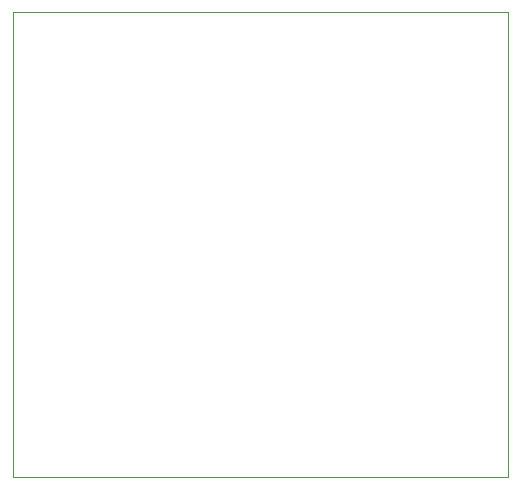
<source format=gm1>
%TF.GenerationSoftware,KiCad,Pcbnew,(5.1.6)-1*%
%TF.CreationDate,2020-08-15T20:34:50-04:00*%
%TF.ProjectId,VCO,56434f2e-6b69-4636-9164-5f7063625858,rev?*%
%TF.SameCoordinates,Original*%
%TF.FileFunction,Profile,NP*%
%FSLAX46Y46*%
G04 Gerber Fmt 4.6, Leading zero omitted, Abs format (unit mm)*
G04 Created by KiCad (PCBNEW (5.1.6)-1) date 2020-08-15 20:34:50*
%MOMM*%
%LPD*%
G01*
G04 APERTURE LIST*
%TA.AperFunction,Profile*%
%ADD10C,0.050000*%
%TD*%
G04 APERTURE END LIST*
D10*
X158750000Y-80010000D02*
X116840000Y-80010000D01*
X116840000Y-119380000D02*
X116840000Y-80010000D01*
X158750000Y-119380000D02*
X116840000Y-119380000D01*
X158750000Y-80010000D02*
X158750000Y-119380000D01*
M02*

</source>
